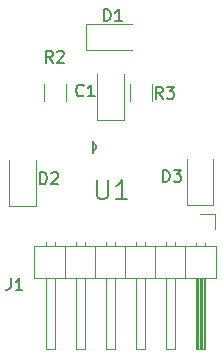
<source format=gbr>
%TF.GenerationSoftware,KiCad,Pcbnew,(6.0.0)*%
%TF.CreationDate,2022-01-16T12:51:45+01:00*%
%TF.ProjectId,HW_watchdog,48575f77-6174-4636-9864-6f672e6b6963,rev?*%
%TF.SameCoordinates,Original*%
%TF.FileFunction,Legend,Top*%
%TF.FilePolarity,Positive*%
%FSLAX46Y46*%
G04 Gerber Fmt 4.6, Leading zero omitted, Abs format (unit mm)*
G04 Created by KiCad (PCBNEW (6.0.0)) date 2022-01-16 12:51:45*
%MOMM*%
%LPD*%
G01*
G04 APERTURE LIST*
%ADD10C,0.150000*%
%ADD11C,0.120000*%
%ADD12C,0.152400*%
G04 APERTURE END LIST*
D10*
%TO.C,D2*%
X125461904Y-131789880D02*
X125461904Y-130789880D01*
X125700000Y-130789880D01*
X125842857Y-130837500D01*
X125938095Y-130932738D01*
X125985714Y-131027976D01*
X126033333Y-131218452D01*
X126033333Y-131361309D01*
X125985714Y-131551785D01*
X125938095Y-131647023D01*
X125842857Y-131742261D01*
X125700000Y-131789880D01*
X125461904Y-131789880D01*
X126414285Y-130885119D02*
X126461904Y-130837500D01*
X126557142Y-130789880D01*
X126795238Y-130789880D01*
X126890476Y-130837500D01*
X126938095Y-130885119D01*
X126985714Y-130980357D01*
X126985714Y-131075595D01*
X126938095Y-131218452D01*
X126366666Y-131789880D01*
X126985714Y-131789880D01*
%TO.C,R2*%
X126533333Y-121489880D02*
X126200000Y-121013690D01*
X125961904Y-121489880D02*
X125961904Y-120489880D01*
X126342857Y-120489880D01*
X126438095Y-120537500D01*
X126485714Y-120585119D01*
X126533333Y-120680357D01*
X126533333Y-120823214D01*
X126485714Y-120918452D01*
X126438095Y-120966071D01*
X126342857Y-121013690D01*
X125961904Y-121013690D01*
X126914285Y-120585119D02*
X126961904Y-120537500D01*
X127057142Y-120489880D01*
X127295238Y-120489880D01*
X127390476Y-120537500D01*
X127438095Y-120585119D01*
X127485714Y-120680357D01*
X127485714Y-120775595D01*
X127438095Y-120918452D01*
X126866666Y-121489880D01*
X127485714Y-121489880D01*
%TO.C,R3*%
X135833333Y-124552380D02*
X135500000Y-124076190D01*
X135261904Y-124552380D02*
X135261904Y-123552380D01*
X135642857Y-123552380D01*
X135738095Y-123600000D01*
X135785714Y-123647619D01*
X135833333Y-123742857D01*
X135833333Y-123885714D01*
X135785714Y-123980952D01*
X135738095Y-124028571D01*
X135642857Y-124076190D01*
X135261904Y-124076190D01*
X136166666Y-123552380D02*
X136785714Y-123552380D01*
X136452380Y-123933333D01*
X136595238Y-123933333D01*
X136690476Y-123980952D01*
X136738095Y-124028571D01*
X136785714Y-124123809D01*
X136785714Y-124361904D01*
X136738095Y-124457142D01*
X136690476Y-124504761D01*
X136595238Y-124552380D01*
X136309523Y-124552380D01*
X136214285Y-124504761D01*
X136166666Y-124457142D01*
%TO.C,U1*%
X130247296Y-131437119D02*
X130247296Y-132768116D01*
X130325590Y-132924704D01*
X130403884Y-133002998D01*
X130560472Y-133081292D01*
X130873648Y-133081292D01*
X131030236Y-133002998D01*
X131108530Y-132924704D01*
X131186824Y-132768116D01*
X131186824Y-131437119D01*
X132830997Y-133081292D02*
X131891469Y-133081292D01*
X132361233Y-133081292D02*
X132361233Y-131437119D01*
X132204645Y-131672001D01*
X132048057Y-131828589D01*
X131891469Y-131906883D01*
%TO.C,J1*%
X122966666Y-139752380D02*
X122966666Y-140466666D01*
X122919047Y-140609523D01*
X122823809Y-140704761D01*
X122680952Y-140752380D01*
X122585714Y-140752380D01*
X123966666Y-140752380D02*
X123395238Y-140752380D01*
X123680952Y-140752380D02*
X123680952Y-139752380D01*
X123585714Y-139895238D01*
X123490476Y-139990476D01*
X123395238Y-140038095D01*
%TO.C,D3*%
X135861904Y-131589880D02*
X135861904Y-130589880D01*
X136100000Y-130589880D01*
X136242857Y-130637500D01*
X136338095Y-130732738D01*
X136385714Y-130827976D01*
X136433333Y-131018452D01*
X136433333Y-131161309D01*
X136385714Y-131351785D01*
X136338095Y-131447023D01*
X136242857Y-131542261D01*
X136100000Y-131589880D01*
X135861904Y-131589880D01*
X136766666Y-130589880D02*
X137385714Y-130589880D01*
X137052380Y-130970833D01*
X137195238Y-130970833D01*
X137290476Y-131018452D01*
X137338095Y-131066071D01*
X137385714Y-131161309D01*
X137385714Y-131399404D01*
X137338095Y-131494642D01*
X137290476Y-131542261D01*
X137195238Y-131589880D01*
X136909523Y-131589880D01*
X136814285Y-131542261D01*
X136766666Y-131494642D01*
%TO.C,D1*%
X130861904Y-117969880D02*
X130861904Y-116969880D01*
X131100000Y-116969880D01*
X131242857Y-117017500D01*
X131338095Y-117112738D01*
X131385714Y-117207976D01*
X131433333Y-117398452D01*
X131433333Y-117541309D01*
X131385714Y-117731785D01*
X131338095Y-117827023D01*
X131242857Y-117922261D01*
X131100000Y-117969880D01*
X130861904Y-117969880D01*
X132385714Y-117969880D02*
X131814285Y-117969880D01*
X132100000Y-117969880D02*
X132100000Y-116969880D01*
X132004761Y-117112738D01*
X131909523Y-117207976D01*
X131814285Y-117255595D01*
%TO.C,C1*%
X129133333Y-124257142D02*
X129085714Y-124304761D01*
X128942857Y-124352380D01*
X128847619Y-124352380D01*
X128704761Y-124304761D01*
X128609523Y-124209523D01*
X128561904Y-124114285D01*
X128514285Y-123923809D01*
X128514285Y-123780952D01*
X128561904Y-123590476D01*
X128609523Y-123495238D01*
X128704761Y-123400000D01*
X128847619Y-123352380D01*
X128942857Y-123352380D01*
X129085714Y-123400000D01*
X129133333Y-123447619D01*
X130085714Y-124352380D02*
X129514285Y-124352380D01*
X129800000Y-124352380D02*
X129800000Y-123352380D01*
X129704761Y-123495238D01*
X129609523Y-123590476D01*
X129514285Y-123638095D01*
D11*
%TO.C,D2*%
X122865000Y-133622500D02*
X125135000Y-133622500D01*
X125135000Y-133622500D02*
X125135000Y-129737500D01*
X122865000Y-129737500D02*
X122865000Y-133622500D01*
%TO.C,R2*%
X127610000Y-124764564D02*
X127610000Y-123310436D01*
X125790000Y-124764564D02*
X125790000Y-123310436D01*
%TO.C,R3*%
X133090000Y-124727064D02*
X133090000Y-123272936D01*
X134910000Y-124727064D02*
X134910000Y-123272936D01*
D12*
%TO.C,U1*%
X129901400Y-128942300D02*
X129901400Y-129120100D01*
X129901400Y-128332700D02*
X129901400Y-128942300D01*
X129901400Y-128154900D02*
X129901400Y-128332700D01*
X129901400Y-128942300D02*
G75*
G03*
X129901400Y-128332700I0J304800D01*
G01*
D11*
%TO.C,J1*%
X139320000Y-139725000D02*
X139320000Y-145725000D01*
X125920000Y-145725000D02*
X125920000Y-139725000D01*
X132650000Y-137065000D02*
X132650000Y-139725000D01*
X128460000Y-145725000D02*
X128460000Y-139725000D01*
X127570000Y-137065000D02*
X127570000Y-139725000D01*
X126680000Y-145725000D02*
X125920000Y-145725000D01*
X125920000Y-136667929D02*
X125920000Y-137065000D01*
X133540000Y-145725000D02*
X133540000Y-139725000D01*
X139380000Y-136735000D02*
X139380000Y-137065000D01*
X135190000Y-137065000D02*
X135190000Y-139725000D01*
X131760000Y-145725000D02*
X131000000Y-145725000D01*
X124970000Y-139725000D02*
X140330000Y-139725000D01*
X131000000Y-145725000D02*
X131000000Y-139725000D01*
X138960000Y-139725000D02*
X138960000Y-145725000D01*
X139080000Y-139725000D02*
X139080000Y-145725000D01*
X136840000Y-139725000D02*
X136840000Y-145725000D01*
X137730000Y-137065000D02*
X137730000Y-139725000D01*
X134300000Y-139725000D02*
X134300000Y-145725000D01*
X138840000Y-139725000D02*
X138840000Y-145725000D01*
X136840000Y-136667929D02*
X136840000Y-137065000D01*
X133540000Y-136667929D02*
X133540000Y-137065000D01*
X131760000Y-136667929D02*
X131760000Y-137065000D01*
X140270000Y-134355000D02*
X140270000Y-135625000D01*
X134300000Y-145725000D02*
X133540000Y-145725000D01*
X130110000Y-137065000D02*
X130110000Y-139725000D01*
X140330000Y-139725000D02*
X140330000Y-137065000D01*
X129220000Y-139725000D02*
X129220000Y-145725000D01*
X134300000Y-136667929D02*
X134300000Y-137065000D01*
X129220000Y-136667929D02*
X129220000Y-137065000D01*
X138720000Y-139725000D02*
X138720000Y-145725000D01*
X136080000Y-136667929D02*
X136080000Y-137065000D01*
X139000000Y-134355000D02*
X140270000Y-134355000D01*
X126680000Y-139725000D02*
X126680000Y-145725000D01*
X124970000Y-137065000D02*
X124970000Y-139725000D01*
X138620000Y-136735000D02*
X138620000Y-137065000D01*
X136080000Y-145725000D02*
X136080000Y-139725000D01*
X139200000Y-139725000D02*
X139200000Y-145725000D01*
X136840000Y-145725000D02*
X136080000Y-145725000D01*
X139380000Y-145725000D02*
X138620000Y-145725000D01*
X126680000Y-136667929D02*
X126680000Y-137065000D01*
X139380000Y-139725000D02*
X139380000Y-145725000D01*
X129220000Y-145725000D02*
X128460000Y-145725000D01*
X131000000Y-136667929D02*
X131000000Y-137065000D01*
X138620000Y-145725000D02*
X138620000Y-139725000D01*
X131760000Y-139725000D02*
X131760000Y-145725000D01*
X140330000Y-137065000D02*
X124970000Y-137065000D01*
X128460000Y-136667929D02*
X128460000Y-137065000D01*
%TO.C,D3*%
X140135000Y-133522500D02*
X140135000Y-129637500D01*
X137865000Y-133522500D02*
X140135000Y-133522500D01*
X137865000Y-129637500D02*
X137865000Y-133522500D01*
%TO.C,D1*%
X129315000Y-120472500D02*
X133200000Y-120472500D01*
X133200000Y-118202500D02*
X129315000Y-118202500D01*
X129315000Y-118202500D02*
X129315000Y-120472500D01*
%TO.C,C1*%
X130265000Y-122437500D02*
X130265000Y-126322500D01*
X132535000Y-126322500D02*
X132535000Y-122437500D01*
X130265000Y-126322500D02*
X132535000Y-126322500D01*
%TD*%
M02*

</source>
